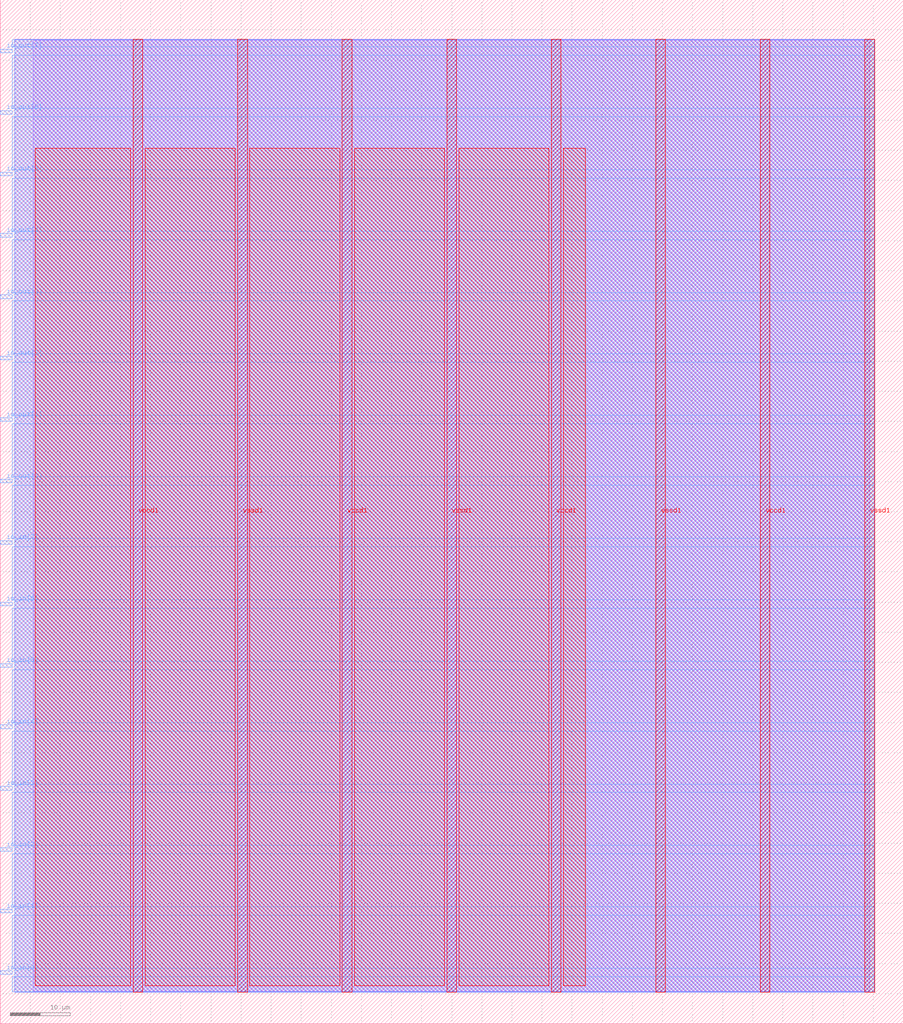
<source format=lef>
VERSION 5.7 ;
  NOWIREEXTENSIONATPIN ON ;
  DIVIDERCHAR "/" ;
  BUSBITCHARS "[]" ;
MACRO bat52_pwm_ddpm_top
  CLASS BLOCK ;
  FOREIGN bat52_pwm_ddpm_top ;
  ORIGIN 0.000 0.000 ;
  SIZE 150.000 BY 170.000 ;
  PIN io_in[0]
    DIRECTION INPUT ;
    USE SIGNAL ;
    PORT
      LAYER met3 ;
        RECT 0.000 8.200 2.000 8.800 ;
    END
  END io_in[0]
  PIN io_in[1]
    DIRECTION INPUT ;
    USE SIGNAL ;
    PORT
      LAYER met3 ;
        RECT 0.000 18.400 2.000 19.000 ;
    END
  END io_in[1]
  PIN io_in[2]
    DIRECTION INPUT ;
    USE SIGNAL ;
    PORT
      LAYER met3 ;
        RECT 0.000 28.600 2.000 29.200 ;
    END
  END io_in[2]
  PIN io_in[3]
    DIRECTION INPUT ;
    USE SIGNAL ;
    PORT
      LAYER met3 ;
        RECT 0.000 38.800 2.000 39.400 ;
    END
  END io_in[3]
  PIN io_in[4]
    DIRECTION INPUT ;
    USE SIGNAL ;
    PORT
      LAYER met3 ;
        RECT 0.000 49.000 2.000 49.600 ;
    END
  END io_in[4]
  PIN io_in[5]
    DIRECTION INPUT ;
    USE SIGNAL ;
    PORT
      LAYER met3 ;
        RECT 0.000 59.200 2.000 59.800 ;
    END
  END io_in[5]
  PIN io_in[6]
    DIRECTION INPUT ;
    USE SIGNAL ;
    PORT
      LAYER met3 ;
        RECT 0.000 69.400 2.000 70.000 ;
    END
  END io_in[6]
  PIN io_in[7]
    DIRECTION INPUT ;
    USE SIGNAL ;
    PORT
      LAYER met3 ;
        RECT 0.000 79.600 2.000 80.200 ;
    END
  END io_in[7]
  PIN io_out[0]
    DIRECTION OUTPUT TRISTATE ;
    USE SIGNAL ;
    PORT
      LAYER met3 ;
        RECT 0.000 89.800 2.000 90.400 ;
    END
  END io_out[0]
  PIN io_out[1]
    DIRECTION OUTPUT TRISTATE ;
    USE SIGNAL ;
    PORT
      LAYER met3 ;
        RECT 0.000 100.000 2.000 100.600 ;
    END
  END io_out[1]
  PIN io_out[2]
    DIRECTION OUTPUT TRISTATE ;
    USE SIGNAL ;
    PORT
      LAYER met3 ;
        RECT 0.000 110.200 2.000 110.800 ;
    END
  END io_out[2]
  PIN io_out[3]
    DIRECTION OUTPUT TRISTATE ;
    USE SIGNAL ;
    PORT
      LAYER met3 ;
        RECT 0.000 120.400 2.000 121.000 ;
    END
  END io_out[3]
  PIN io_out[4]
    DIRECTION OUTPUT TRISTATE ;
    USE SIGNAL ;
    PORT
      LAYER met3 ;
        RECT 0.000 130.600 2.000 131.200 ;
    END
  END io_out[4]
  PIN io_out[5]
    DIRECTION OUTPUT TRISTATE ;
    USE SIGNAL ;
    PORT
      LAYER met3 ;
        RECT 0.000 140.800 2.000 141.400 ;
    END
  END io_out[5]
  PIN io_out[6]
    DIRECTION OUTPUT TRISTATE ;
    USE SIGNAL ;
    PORT
      LAYER met3 ;
        RECT 0.000 151.000 2.000 151.600 ;
    END
  END io_out[6]
  PIN io_out[7]
    DIRECTION OUTPUT TRISTATE ;
    USE SIGNAL ;
    PORT
      LAYER met3 ;
        RECT 0.000 161.200 2.000 161.800 ;
    END
  END io_out[7]
  PIN vccd1
    DIRECTION INOUT ;
    USE POWER ;
    PORT
      LAYER met4 ;
        RECT 22.085 5.200 23.685 163.440 ;
    END
    PORT
      LAYER met4 ;
        RECT 56.815 5.200 58.415 163.440 ;
    END
    PORT
      LAYER met4 ;
        RECT 91.545 5.200 93.145 163.440 ;
    END
    PORT
      LAYER met4 ;
        RECT 126.275 5.200 127.875 163.440 ;
    END
  END vccd1
  PIN vssd1
    DIRECTION INOUT ;
    USE GROUND ;
    PORT
      LAYER met4 ;
        RECT 39.450 5.200 41.050 163.440 ;
    END
    PORT
      LAYER met4 ;
        RECT 74.180 5.200 75.780 163.440 ;
    END
    PORT
      LAYER met4 ;
        RECT 108.910 5.200 110.510 163.440 ;
    END
    PORT
      LAYER met4 ;
        RECT 143.640 5.200 145.240 163.440 ;
    END
  END vssd1
  OBS
      LAYER li1 ;
        RECT 5.520 5.355 144.440 163.285 ;
      LAYER met1 ;
        RECT 2.370 5.200 145.240 163.440 ;
      LAYER met2 ;
        RECT 2.390 5.255 145.210 163.385 ;
      LAYER met3 ;
        RECT 2.000 162.200 145.230 163.365 ;
        RECT 2.400 160.800 145.230 162.200 ;
        RECT 2.000 152.000 145.230 160.800 ;
        RECT 2.400 150.600 145.230 152.000 ;
        RECT 2.000 141.800 145.230 150.600 ;
        RECT 2.400 140.400 145.230 141.800 ;
        RECT 2.000 131.600 145.230 140.400 ;
        RECT 2.400 130.200 145.230 131.600 ;
        RECT 2.000 121.400 145.230 130.200 ;
        RECT 2.400 120.000 145.230 121.400 ;
        RECT 2.000 111.200 145.230 120.000 ;
        RECT 2.400 109.800 145.230 111.200 ;
        RECT 2.000 101.000 145.230 109.800 ;
        RECT 2.400 99.600 145.230 101.000 ;
        RECT 2.000 90.800 145.230 99.600 ;
        RECT 2.400 89.400 145.230 90.800 ;
        RECT 2.000 80.600 145.230 89.400 ;
        RECT 2.400 79.200 145.230 80.600 ;
        RECT 2.000 70.400 145.230 79.200 ;
        RECT 2.400 69.000 145.230 70.400 ;
        RECT 2.000 60.200 145.230 69.000 ;
        RECT 2.400 58.800 145.230 60.200 ;
        RECT 2.000 50.000 145.230 58.800 ;
        RECT 2.400 48.600 145.230 50.000 ;
        RECT 2.000 39.800 145.230 48.600 ;
        RECT 2.400 38.400 145.230 39.800 ;
        RECT 2.000 29.600 145.230 38.400 ;
        RECT 2.400 28.200 145.230 29.600 ;
        RECT 2.000 19.400 145.230 28.200 ;
        RECT 2.400 18.000 145.230 19.400 ;
        RECT 2.000 9.200 145.230 18.000 ;
        RECT 2.400 7.800 145.230 9.200 ;
        RECT 2.000 5.275 145.230 7.800 ;
      LAYER met4 ;
        RECT 5.815 6.295 21.685 145.345 ;
        RECT 24.085 6.295 39.050 145.345 ;
        RECT 41.450 6.295 56.415 145.345 ;
        RECT 58.815 6.295 73.780 145.345 ;
        RECT 76.180 6.295 91.145 145.345 ;
        RECT 93.545 6.295 97.225 145.345 ;
  END
END bat52_pwm_ddpm_top
END LIBRARY


</source>
